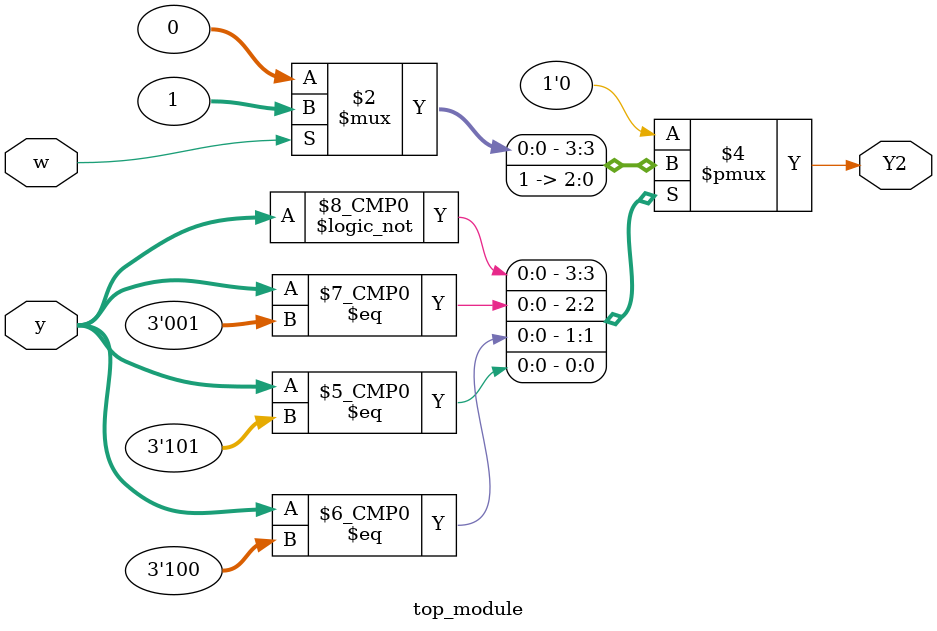
<source format=sv>
module top_module(
    input [3:1] y,
    input w,
    output reg Y2);

    always @(*) begin
        case (y)
            // Next state logic for Y2
            3'b000: Y2 = (w) ? 1 : 0;
            3'b001: Y2 = 1;
            3'b010: Y2 = 0;
            3'b011: Y2 = 0;
            3'b100: Y2 = 1;
            3'b101: Y2 = 1;
            default: Y2 = 0;
        endcase
    end

endmodule

</source>
